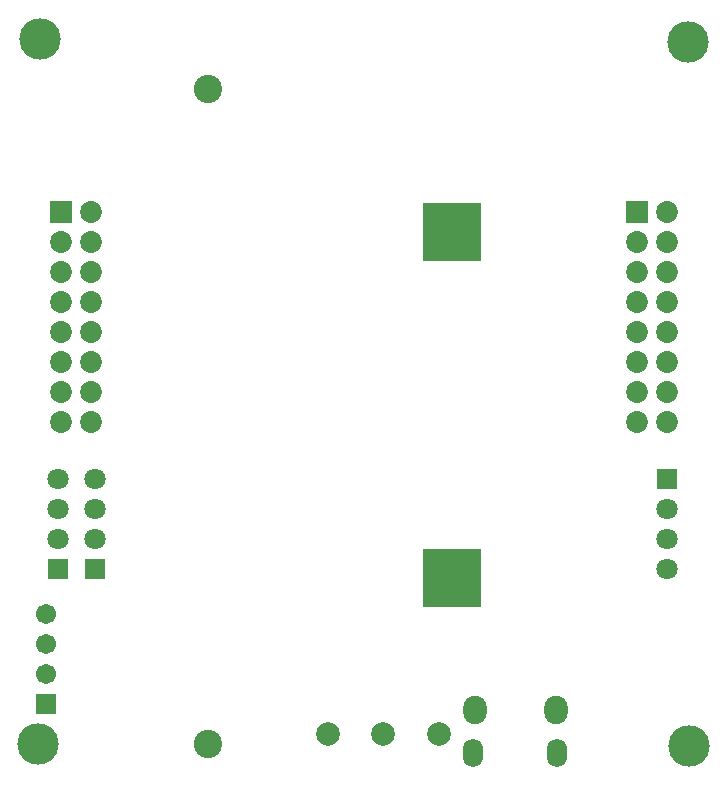
<source format=gbs>
G04*
G04 #@! TF.GenerationSoftware,Altium Limited,Altium Designer,24.4.1 (13)*
G04*
G04 Layer_Color=16711935*
%FSTAX24Y24*%
%MOIN*%
G70*
G04*
G04 #@! TF.SameCoordinates,973A198C-3906-4392-A1E8-A13353080A71*
G04*
G04*
G04 #@! TF.FilePolarity,Negative*
G04*
G01*
G75*
%ADD59C,0.0671*%
%ADD61C,0.0946*%
%ADD62R,0.0671X0.0671*%
%ADD63C,0.0710*%
%ADD64R,0.0710X0.0710*%
%ADD65C,0.0730*%
%ADD66R,0.0730X0.0730*%
%ADD67C,0.1379*%
%ADD68O,0.0671X0.0946*%
%ADD69O,0.0789X0.0946*%
%ADD70C,0.0789*%
%ADD87R,0.1969X0.1969*%
D59*
X00125Y00535D02*
D03*
Y00435D02*
D03*
Y00335D02*
D03*
D61*
X00665Y02285D02*
D03*
Y001D02*
D03*
D62*
X00125Y00235D02*
D03*
D63*
X02195Y00885D02*
D03*
Y00785D02*
D03*
Y00685D02*
D03*
X00165Y00985D02*
D03*
Y00885D02*
D03*
Y00785D02*
D03*
X0029Y00985D02*
D03*
Y00885D02*
D03*
Y00785D02*
D03*
D64*
X02195Y00985D02*
D03*
X00165Y00685D02*
D03*
X0029D02*
D03*
D65*
X02195Y01175D02*
D03*
Y01275D02*
D03*
X02095Y01175D02*
D03*
Y01275D02*
D03*
X02195Y01575D02*
D03*
X02095D02*
D03*
X02195Y01675D02*
D03*
X02095D02*
D03*
X02195Y01875D02*
D03*
X02095Y01775D02*
D03*
X02195D02*
D03*
X02095Y01475D02*
D03*
X02195D02*
D03*
X02095Y01375D02*
D03*
X02195D02*
D03*
X00275D02*
D03*
X00175D02*
D03*
X00275Y01475D02*
D03*
X00175D02*
D03*
X00275Y01775D02*
D03*
X00175D02*
D03*
X00275Y01875D02*
D03*
X00175Y01675D02*
D03*
X00275D02*
D03*
X00175Y01575D02*
D03*
X00275D02*
D03*
X00175Y01275D02*
D03*
Y01175D02*
D03*
X00275Y01275D02*
D03*
Y01175D02*
D03*
D66*
X02095Y01875D02*
D03*
X00175D02*
D03*
D67*
X0227Y00095D02*
D03*
X02265Y0244D02*
D03*
X00105Y0245D02*
D03*
X001Y001D02*
D03*
D68*
X0155Y0007D02*
D03*
X0183D02*
D03*
D69*
X01555Y00215D02*
D03*
X01825D02*
D03*
D70*
X01435Y00135D02*
D03*
X0125D02*
D03*
X01065D02*
D03*
D87*
X0148Y006532D02*
D03*
Y018068D02*
D03*
M02*

</source>
